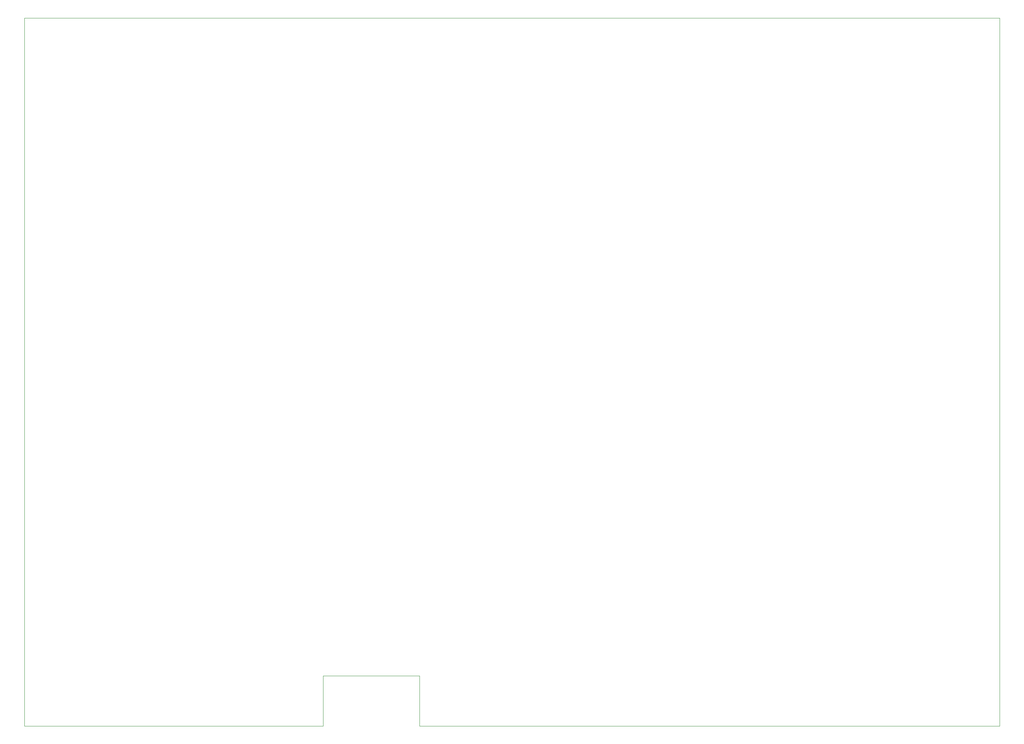
<source format=gbr>
G04 #@! TF.GenerationSoftware,KiCad,Pcbnew,(5.1.10-1-10_14)*
G04 #@! TF.CreationDate,2022-02-06T21:24:09+11:00*
G04 #@! TF.ProjectId,educ 8 decoder,65647563-2038-4206-9465-636f6465722e,rev?*
G04 #@! TF.SameCoordinates,Original*
G04 #@! TF.FileFunction,Profile,NP*
%FSLAX46Y46*%
G04 Gerber Fmt 4.6, Leading zero omitted, Abs format (unit mm)*
G04 Created by KiCad (PCBNEW (5.1.10-1-10_14)) date 2022-02-06 21:24:09*
%MOMM*%
%LPD*%
G01*
G04 APERTURE LIST*
G04 #@! TA.AperFunction,Profile*
%ADD10C,0.050000*%
G04 #@! TD*
G04 APERTURE END LIST*
D10*
X117400000Y-250000000D02*
X50000000Y-250000000D01*
X270000000Y-250000000D02*
X139100000Y-250000000D01*
X117400000Y-238600000D02*
X117400000Y-250000000D01*
X139100000Y-238600000D02*
X117400000Y-238600000D01*
X139100000Y-250000000D02*
X139100000Y-238600000D01*
X270000000Y-90000000D02*
X270000000Y-250000000D01*
X265000000Y-90000000D02*
X270000000Y-90000000D01*
X50000000Y-90000000D02*
X50000000Y-250000000D01*
X265000000Y-90000000D02*
X50000000Y-90000000D01*
M02*

</source>
